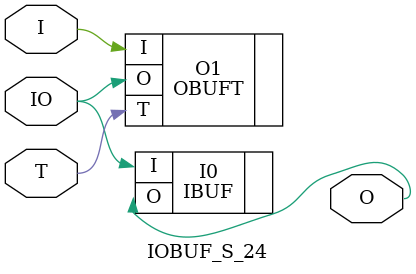
<source format=v>


`timescale  1 ps / 1 ps


module IOBUF_S_24 (O, IO, I, T);

    output O;

    inout  IO;

    input  I, T;

        OBUFT #( .SLEW("SLOW"), .DRIVE(24)) O1 (.O(IO), .I(I), .T(T)); 
	IBUF #(.IOSTANDARD("DEFAULT"))  I0 (.O(O), .I(IO));
        

endmodule



</source>
